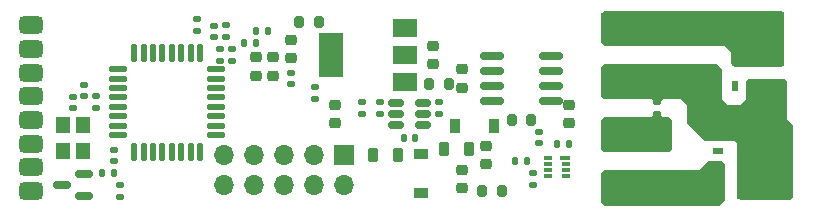
<source format=gbs>
%TF.GenerationSoftware,KiCad,Pcbnew,(6.0.5)*%
%TF.CreationDate,2022-06-23T16:37:56+12:00*%
%TF.ProjectId,OpenEFCS_electronics,4f70656e-4546-4435-935f-656c65637472,rev?*%
%TF.SameCoordinates,Original*%
%TF.FileFunction,Soldermask,Bot*%
%TF.FilePolarity,Negative*%
%FSLAX46Y46*%
G04 Gerber Fmt 4.6, Leading zero omitted, Abs format (unit mm)*
G04 Created by KiCad (PCBNEW (6.0.5)) date 2022-06-23 16:37:56*
%MOMM*%
%LPD*%
G01*
G04 APERTURE LIST*
G04 Aperture macros list*
%AMRoundRect*
0 Rectangle with rounded corners*
0 $1 Rounding radius*
0 $2 $3 $4 $5 $6 $7 $8 $9 X,Y pos of 4 corners*
0 Add a 4 corners polygon primitive as box body*
4,1,4,$2,$3,$4,$5,$6,$7,$8,$9,$2,$3,0*
0 Add four circle primitives for the rounded corners*
1,1,$1+$1,$2,$3*
1,1,$1+$1,$4,$5*
1,1,$1+$1,$6,$7*
1,1,$1+$1,$8,$9*
0 Add four rect primitives between the rounded corners*
20,1,$1+$1,$2,$3,$4,$5,0*
20,1,$1+$1,$4,$5,$6,$7,0*
20,1,$1+$1,$6,$7,$8,$9,0*
20,1,$1+$1,$8,$9,$2,$3,0*%
%AMFreePoly0*
4,1,17,2.675000,1.605000,1.875000,1.605000,1.875000,0.935000,2.675000,0.935000,2.675000,0.335000,1.875000,0.335000,1.875000,-0.335000,2.675000,-0.335000,2.675000,-0.935000,1.875000,-0.935000,1.875000,-1.605000,2.675000,-1.605000,2.675000,-2.205000,-1.875000,-2.205000,-1.875000,2.205000,2.675000,2.205000,2.675000,1.605000,2.675000,1.605000,$1*%
G04 Aperture macros list end*
%ADD10R,1.700000X1.700000*%
%ADD11O,1.700000X1.700000*%
%ADD12RoundRect,0.140000X-0.170000X0.140000X-0.170000X-0.140000X0.170000X-0.140000X0.170000X0.140000X0*%
%ADD13RoundRect,0.135000X0.135000X0.185000X-0.135000X0.185000X-0.135000X-0.185000X0.135000X-0.185000X0*%
%ADD14RoundRect,0.250000X0.625000X-0.312500X0.625000X0.312500X-0.625000X0.312500X-0.625000X-0.312500X0*%
%ADD15RoundRect,0.225000X0.250000X-0.225000X0.250000X0.225000X-0.250000X0.225000X-0.250000X-0.225000X0*%
%ADD16RoundRect,0.135000X0.185000X-0.135000X0.185000X0.135000X-0.185000X0.135000X-0.185000X-0.135000X0*%
%ADD17RoundRect,0.200000X-0.200000X-0.275000X0.200000X-0.275000X0.200000X0.275000X-0.200000X0.275000X0*%
%ADD18RoundRect,0.200000X0.200000X0.275000X-0.200000X0.275000X-0.200000X-0.275000X0.200000X-0.275000X0*%
%ADD19R,0.900000X1.200000*%
%ADD20RoundRect,0.225000X-0.250000X0.225000X-0.250000X-0.225000X0.250000X-0.225000X0.250000X0.225000X0*%
%ADD21RoundRect,0.140000X0.170000X-0.140000X0.170000X0.140000X-0.170000X0.140000X-0.170000X-0.140000X0*%
%ADD22RoundRect,0.150000X-0.825000X-0.150000X0.825000X-0.150000X0.825000X0.150000X-0.825000X0.150000X0*%
%ADD23RoundRect,0.150000X-0.512500X-0.150000X0.512500X-0.150000X0.512500X0.150000X-0.512500X0.150000X0*%
%ADD24RoundRect,0.218750X0.256250X-0.218750X0.256250X0.218750X-0.256250X0.218750X-0.256250X-0.218750X0*%
%ADD25FreePoly0,90.000000*%
%ADD26R,0.500000X0.850000*%
%ADD27RoundRect,0.135000X-0.135000X-0.185000X0.135000X-0.185000X0.135000X0.185000X-0.135000X0.185000X0*%
%ADD28RoundRect,0.140000X-0.140000X-0.170000X0.140000X-0.170000X0.140000X0.170000X-0.140000X0.170000X0*%
%ADD29R,0.880000X0.300000*%
%ADD30R,0.780000X0.300000*%
%ADD31RoundRect,0.218750X0.218750X0.381250X-0.218750X0.381250X-0.218750X-0.381250X0.218750X-0.381250X0*%
%ADD32RoundRect,0.125000X-0.625000X-0.125000X0.625000X-0.125000X0.625000X0.125000X-0.625000X0.125000X0*%
%ADD33RoundRect,0.125000X-0.125000X-0.625000X0.125000X-0.625000X0.125000X0.625000X-0.125000X0.625000X0*%
%ADD34R,1.200000X0.900000*%
%ADD35R,1.200000X1.400000*%
%ADD36RoundRect,0.135000X-0.185000X0.135000X-0.185000X-0.135000X0.185000X-0.135000X0.185000X0.135000X0*%
%ADD37FreePoly0,0.000000*%
%ADD38R,0.850000X0.500000*%
%ADD39RoundRect,0.150000X0.587500X0.150000X-0.587500X0.150000X-0.587500X-0.150000X0.587500X-0.150000X0*%
%ADD40R,2.000000X1.500000*%
%ADD41R,2.000000X3.800000*%
%ADD42RoundRect,0.375000X-0.625000X-0.375000X0.625000X-0.375000X0.625000X0.375000X-0.625000X0.375000X0*%
G04 APERTURE END LIST*
D10*
%TO.C,J6*%
X73500000Y-103500000D03*
D11*
X73500000Y-106040000D03*
X70960000Y-103500000D03*
X70960000Y-106040000D03*
X68420000Y-103500000D03*
X68420000Y-106040000D03*
X65880000Y-103500000D03*
X65880000Y-106040000D03*
X63340000Y-103500000D03*
X63340000Y-106040000D03*
%TD*%
D12*
%TO.C,C8*%
X51500000Y-97520000D03*
X51500000Y-98480000D03*
%TD*%
D13*
%TO.C,R12*%
X67010000Y-93000000D03*
X65990000Y-93000000D03*
%TD*%
D14*
%TO.C,Ris2*%
X97000000Y-105462500D03*
X97000000Y-102537500D03*
%TD*%
D15*
%TO.C,C4*%
X81000000Y-95775000D03*
X81000000Y-94225000D03*
%TD*%
D16*
%TO.C,R20*%
X63500000Y-93510000D03*
X63500000Y-92490000D03*
%TD*%
D17*
%TO.C,R4*%
X69675000Y-92250000D03*
X71325000Y-92250000D03*
%TD*%
D18*
%TO.C,R15*%
X89325000Y-100500000D03*
X87675000Y-100500000D03*
%TD*%
D19*
%TO.C,D4*%
X86150000Y-101000000D03*
X82850000Y-101000000D03*
%TD*%
D17*
%TO.C,R1*%
X85175000Y-106500000D03*
X86825000Y-106500000D03*
%TD*%
D20*
%TO.C,C5*%
X69000000Y-93725000D03*
X69000000Y-95275000D03*
%TD*%
D21*
%TO.C,C10*%
X69000000Y-97480000D03*
X69000000Y-96520000D03*
%TD*%
D22*
%TO.C,U4*%
X86025000Y-98905000D03*
X86025000Y-97635000D03*
X86025000Y-96365000D03*
X86025000Y-95095000D03*
X90975000Y-95095000D03*
X90975000Y-96365000D03*
X90975000Y-97635000D03*
X90975000Y-98905000D03*
%TD*%
D23*
%TO.C,U3*%
X77862500Y-100950000D03*
X77862500Y-100000000D03*
X77862500Y-99050000D03*
X80137500Y-99050000D03*
X80137500Y-100000000D03*
X80137500Y-100950000D03*
%TD*%
D24*
%TO.C,D3*%
X67500000Y-96787500D03*
X67500000Y-95212500D03*
%TD*%
D25*
%TO.C,Q2*%
X108500000Y-94100000D03*
D26*
X110405000Y-97650000D03*
X109135000Y-97650000D03*
X107865000Y-97650000D03*
X106595000Y-97650000D03*
%TD*%
D27*
%TO.C,R18*%
X87990000Y-104000000D03*
X89010000Y-104000000D03*
%TD*%
D28*
%TO.C,C7*%
X78520000Y-102000000D03*
X79480000Y-102000000D03*
%TD*%
D16*
%TO.C,R9*%
X54500000Y-107010000D03*
X54500000Y-105990000D03*
%TD*%
D21*
%TO.C,C11*%
X63000000Y-95480000D03*
X63000000Y-94520000D03*
%TD*%
D29*
%TO.C,U5*%
X92210000Y-103750000D03*
D30*
X92260000Y-104250000D03*
X92260000Y-104750000D03*
X92260000Y-105250000D03*
X90740000Y-105250000D03*
X90740000Y-104750000D03*
X90740000Y-104250000D03*
X90740000Y-103750000D03*
%TD*%
D15*
%TO.C,C14*%
X83500000Y-97775000D03*
X83500000Y-96225000D03*
%TD*%
D17*
%TO.C,R8*%
X80675000Y-97500000D03*
X82325000Y-97500000D03*
%TD*%
D12*
%TO.C,C17*%
X62500000Y-92520000D03*
X62500000Y-93480000D03*
%TD*%
D31*
%TO.C,L2*%
X78062500Y-103500000D03*
X75937500Y-103500000D03*
%TD*%
D12*
%TO.C,C13*%
X100000000Y-99020000D03*
X100000000Y-99980000D03*
%TD*%
D32*
%TO.C,U1*%
X54325000Y-101800000D03*
X54325000Y-101000000D03*
X54325000Y-100200000D03*
X54325000Y-99400000D03*
X54325000Y-98600000D03*
X54325000Y-97800000D03*
X54325000Y-97000000D03*
X54325000Y-96200000D03*
D33*
X55700000Y-94825000D03*
X56500000Y-94825000D03*
X57300000Y-94825000D03*
X58100000Y-94825000D03*
X58900000Y-94825000D03*
X59700000Y-94825000D03*
X60500000Y-94825000D03*
X61300000Y-94825000D03*
D32*
X62675000Y-96200000D03*
X62675000Y-97000000D03*
X62675000Y-97800000D03*
X62675000Y-98600000D03*
X62675000Y-99400000D03*
X62675000Y-100200000D03*
X62675000Y-101000000D03*
X62675000Y-101800000D03*
D33*
X61300000Y-103175000D03*
X60500000Y-103175000D03*
X59700000Y-103175000D03*
X58900000Y-103175000D03*
X58100000Y-103175000D03*
X57300000Y-103175000D03*
X56500000Y-103175000D03*
X55700000Y-103175000D03*
%TD*%
D13*
%TO.C,R10*%
X66010000Y-94000000D03*
X64990000Y-94000000D03*
%TD*%
D16*
%TO.C,R2*%
X52500000Y-99510000D03*
X52500000Y-98490000D03*
%TD*%
D34*
%TO.C,D1*%
X80000000Y-103350000D03*
X80000000Y-106650000D03*
%TD*%
D21*
%TO.C,C12*%
X64000000Y-95480000D03*
X64000000Y-94520000D03*
%TD*%
D16*
%TO.C,R19*%
X61000000Y-93010000D03*
X61000000Y-91990000D03*
%TD*%
D21*
%TO.C,C1*%
X50500000Y-99480000D03*
X50500000Y-98520000D03*
%TD*%
D20*
%TO.C,C2*%
X85500000Y-102725000D03*
X85500000Y-104275000D03*
%TD*%
D35*
%TO.C,Y1*%
X49650000Y-103100000D03*
X49650000Y-100900000D03*
X51350000Y-100900000D03*
X51350000Y-103100000D03*
%TD*%
D27*
%TO.C,R11*%
X52990000Y-105000000D03*
X54010000Y-105000000D03*
%TD*%
D12*
%TO.C,C16*%
X90000000Y-101520000D03*
X90000000Y-102480000D03*
%TD*%
D31*
%TO.C,L1*%
X84062500Y-103000000D03*
X81937500Y-103000000D03*
%TD*%
D20*
%TO.C,C9*%
X72750000Y-99225000D03*
X72750000Y-100775000D03*
%TD*%
D36*
%TO.C,R7*%
X71000000Y-97740000D03*
X71000000Y-98760000D03*
%TD*%
D16*
%TO.C,R5*%
X75000000Y-100010000D03*
X75000000Y-98990000D03*
%TD*%
D37*
%TO.C,Q3*%
X108650000Y-105000000D03*
D38*
X105100000Y-106905000D03*
X105100000Y-105635000D03*
X105100000Y-104365000D03*
X105100000Y-103095000D03*
%TD*%
D12*
%TO.C,C19*%
X89500000Y-105020000D03*
X89500000Y-105980000D03*
%TD*%
D14*
%TO.C,Ris1*%
X99500000Y-105462500D03*
X99500000Y-102537500D03*
%TD*%
D15*
%TO.C,C15*%
X92500000Y-100775000D03*
X92500000Y-99225000D03*
%TD*%
D39*
%TO.C,Q1*%
X51437500Y-105050000D03*
X51437500Y-106950000D03*
X49562500Y-106000000D03*
%TD*%
D40*
%TO.C,U2*%
X78650000Y-92700000D03*
X78650000Y-95000000D03*
D41*
X72350000Y-95000000D03*
D40*
X78650000Y-97300000D03*
%TD*%
D27*
%TO.C,R16*%
X91490000Y-102500000D03*
X92510000Y-102500000D03*
%TD*%
D16*
%TO.C,R6*%
X76500000Y-100010000D03*
X76500000Y-98990000D03*
%TD*%
D36*
%TO.C,R3*%
X81500000Y-98990000D03*
X81500000Y-100010000D03*
%TD*%
D24*
%TO.C,D2*%
X66000000Y-96787500D03*
X66000000Y-95212500D03*
%TD*%
D12*
%TO.C,C6*%
X54000000Y-103020000D03*
X54000000Y-103980000D03*
%TD*%
D42*
%TO.C,J5*%
X47000000Y-106500000D03*
X47000000Y-104500000D03*
X47000000Y-102500000D03*
X47000000Y-100500000D03*
X47000000Y-98500000D03*
X47000000Y-96500000D03*
X47000000Y-94500000D03*
X47000000Y-92500000D03*
%TD*%
D20*
%TO.C,C3*%
X83500000Y-104725000D03*
X83500000Y-106275000D03*
%TD*%
G36*
X105017183Y-95768907D02*
G01*
X105028996Y-95778996D01*
X105471004Y-96221004D01*
X105498781Y-96275521D01*
X105500000Y-96291008D01*
X105500000Y-98734320D01*
X105507547Y-98757547D01*
X105988914Y-99238914D01*
X106010672Y-99250000D01*
X106984320Y-99250000D01*
X107007547Y-99242453D01*
X107488914Y-98761086D01*
X107500000Y-98739328D01*
X107500000Y-97291008D01*
X107518907Y-97232817D01*
X107528996Y-97221004D01*
X107721004Y-97028996D01*
X107775521Y-97001219D01*
X107791008Y-97000000D01*
X110708992Y-97000000D01*
X110767183Y-97018907D01*
X110778996Y-97028996D01*
X110971004Y-97221004D01*
X110998781Y-97275521D01*
X111000000Y-97291008D01*
X111000000Y-100484320D01*
X111007547Y-100507547D01*
X111471004Y-100971004D01*
X111498781Y-101025521D01*
X111500000Y-101041008D01*
X111500000Y-106958992D01*
X111481093Y-107017183D01*
X111471004Y-107028996D01*
X111278996Y-107221004D01*
X111224479Y-107248781D01*
X111208992Y-107250000D01*
X107041008Y-107250000D01*
X106982817Y-107231093D01*
X106971004Y-107221004D01*
X106778996Y-107028996D01*
X106751219Y-106974479D01*
X106750000Y-106958992D01*
X106750000Y-102515680D01*
X106742453Y-102492453D01*
X106511086Y-102261086D01*
X106489328Y-102250000D01*
X104041008Y-102250000D01*
X103982817Y-102231093D01*
X103971004Y-102221004D01*
X102528996Y-100778996D01*
X102501219Y-100724479D01*
X102500000Y-100708992D01*
X102500000Y-99265680D01*
X102492453Y-99242453D01*
X102011086Y-98761086D01*
X101989328Y-98750000D01*
X100515680Y-98750000D01*
X100492453Y-98757547D01*
X100070004Y-99179996D01*
X100015487Y-99207773D01*
X99955055Y-99198202D01*
X99929996Y-99179996D01*
X99511086Y-98761086D01*
X99489328Y-98750000D01*
X95541008Y-98750000D01*
X95482817Y-98731093D01*
X95471004Y-98721004D01*
X95278996Y-98528996D01*
X95251219Y-98474479D01*
X95250000Y-98458992D01*
X95250000Y-96041008D01*
X95268907Y-95982817D01*
X95278996Y-95971004D01*
X95471004Y-95778996D01*
X95525521Y-95751219D01*
X95541008Y-95750000D01*
X104958992Y-95750000D01*
X105017183Y-95768907D01*
G37*
G36*
X110517183Y-91268907D02*
G01*
X110528996Y-91278996D01*
X110721004Y-91471004D01*
X110748781Y-91525521D01*
X110750000Y-91541008D01*
X110750000Y-95708992D01*
X110731093Y-95767183D01*
X110721004Y-95778996D01*
X110528996Y-95971004D01*
X110474479Y-95998781D01*
X110458992Y-96000000D01*
X106541008Y-96000000D01*
X106482817Y-95981093D01*
X106471004Y-95971004D01*
X106278996Y-95778996D01*
X106251219Y-95724479D01*
X106250000Y-95708992D01*
X106250000Y-94765680D01*
X106242453Y-94742453D01*
X105761086Y-94261086D01*
X105739328Y-94250000D01*
X95541008Y-94250000D01*
X95482817Y-94231093D01*
X95471004Y-94221004D01*
X95278996Y-94028996D01*
X95251219Y-93974479D01*
X95250000Y-93958992D01*
X95250000Y-91541008D01*
X95268907Y-91482817D01*
X95278996Y-91471004D01*
X95471004Y-91278996D01*
X95525521Y-91251219D01*
X95541008Y-91250000D01*
X110458992Y-91250000D01*
X110517183Y-91268907D01*
G37*
G36*
X100044945Y-99801798D02*
G01*
X100070004Y-99820004D01*
X100488914Y-100238914D01*
X100510672Y-100250000D01*
X100958992Y-100250000D01*
X101017183Y-100268907D01*
X101028996Y-100278996D01*
X101221004Y-100471004D01*
X101248781Y-100525521D01*
X101250000Y-100541008D01*
X101250000Y-102958992D01*
X101231093Y-103017183D01*
X101221004Y-103028996D01*
X101028996Y-103221004D01*
X100974479Y-103248781D01*
X100958992Y-103250000D01*
X95541008Y-103250000D01*
X95482817Y-103231093D01*
X95471004Y-103221004D01*
X95278996Y-103028996D01*
X95251219Y-102974479D01*
X95250000Y-102958992D01*
X95250000Y-100541008D01*
X95268907Y-100482817D01*
X95278996Y-100471004D01*
X95471004Y-100278996D01*
X95525521Y-100251219D01*
X95541008Y-100250000D01*
X99484320Y-100250000D01*
X99507547Y-100242453D01*
X99929996Y-99820004D01*
X99984513Y-99792227D01*
X100044945Y-99801798D01*
G37*
G36*
X105517183Y-104018907D02*
G01*
X105528996Y-104028996D01*
X105721004Y-104221004D01*
X105748781Y-104275521D01*
X105750000Y-104291008D01*
X105750000Y-107208992D01*
X105731093Y-107267183D01*
X105721004Y-107278996D01*
X105278996Y-107721004D01*
X105224479Y-107748781D01*
X105208992Y-107750000D01*
X95541008Y-107750000D01*
X95482817Y-107731093D01*
X95471004Y-107721004D01*
X95278996Y-107528996D01*
X95251219Y-107474479D01*
X95250000Y-107458992D01*
X95250000Y-105041008D01*
X95268907Y-104982817D01*
X95278996Y-104971004D01*
X95471004Y-104778996D01*
X95525521Y-104751219D01*
X95541008Y-104750000D01*
X103484320Y-104750000D01*
X103507547Y-104742453D01*
X104221004Y-104028996D01*
X104275521Y-104001219D01*
X104291008Y-104000000D01*
X105458992Y-104000000D01*
X105517183Y-104018907D01*
G37*
M02*

</source>
